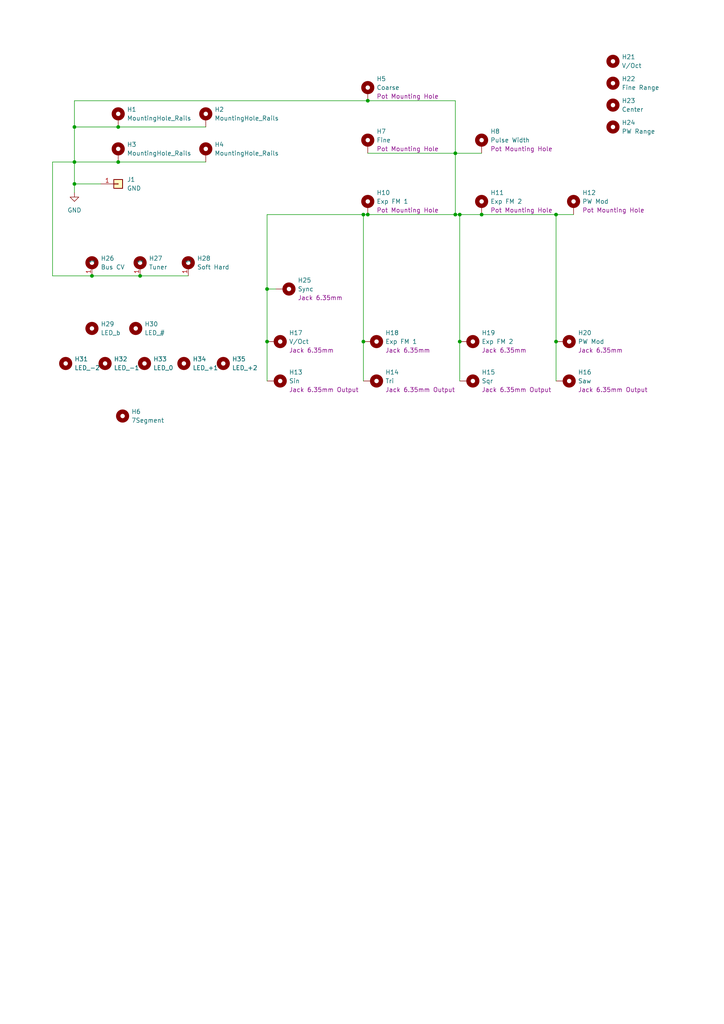
<source format=kicad_sch>
(kicad_sch (version 20231120) (generator "eeschema") (generator_version "8.0")
  (paper "A4" portrait)
  (title_block (title "VCO mki Front Panel") (date "2024-06-06") (rev "1") (company "DMH"))
  (lib_symbols
    (symbol "Connector_Generic:Conn_01x01" (pin_names (offset 1.016) hide)
      (property "Reference" "J" (at 0 2.54 0))
      (property "Value" "Conn_01x01" (at 0 -2.54 0))
      (symbol "Conn_01x01_1_1"
        (rectangle (start -1.27 0.127) (end 0 -0.127) (stroke (width 0.1524)))
        (rectangle (start -1.27 1.27) (end 1.27 -1.27) (stroke (width 0.254)) (fill (type background)))
        (pin passive line (at -5.08 0 0) (length 3.81) (name "Pin_1") (number "1"))
      )
    )
    (symbol "Mechanical:MountingHole" (pin_names (offset 1.016)) (exclude_from_sim yes) (in_bom no)
      (property "Reference" "H" (at 0 5.08 0))
      (property "Value" "MountingHole" (at 0 3.175 0))
      (symbol "MountingHole_0_1"
        (circle (center 0 0) (radius 1.27) (stroke (width 1.27)))
      )
    )
    (symbol "SynthStuff:MountingHole_Jack6.35mm_Output_v2" (pin_numbers hide) (pin_names (offset 1.016) hide) (exclude_from_sim yes) (in_bom no)
      (property "Reference" "H" (at 0 5.08 0))
      (property "Value" "SIGNAL NAME" (at 0 3.175 0))
      (property "Description" "Jack 6.35mm Output" (at 0.254 -3.302 0))
      (symbol "MountingHole_Jack6.35mm_Output_v2_0_1"
        (circle (center 0 0) (radius 1.27) (stroke (width 1.27)))
      )
      (symbol "MountingHole_Jack6.35mm_Output_v2_1_1"
        (pin input line (at -3.81 0 0) (length 2.54) (name "1") (number "1"))
      )
    )
    (symbol "SynthStuff:MountingHole_Jack6.35mm_v2" (pin_numbers hide) (pin_names (offset 1.016) hide) (exclude_from_sim yes) (in_bom no)
      (property "Reference" "H" (at 0 5.08 0))
      (property "Value" "SIGNAL NAME" (at 0 3.175 0))
      (property "Description" "Jack 6.35mm" (at 0 -3.048 0))
      (symbol "MountingHole_Jack6.35mm_v2_0_1"
        (circle (center 0 0) (radius 1.27) (stroke (width 1.27)))
      )
      (symbol "MountingHole_Jack6.35mm_v2_1_1"
        (pin input line (at -3.81 0 0) (length 2.54) (name "1") (number "1"))
      )
    )
    (symbol "SynthStuff:MountingHole_Pot" (pin_numbers hide) (pin_names (offset 1.016) hide) (exclude_from_sim yes) (in_bom no)
      (property "Reference" "H" (at 0 6.35 0))
      (property "Value" "Function" (at 0 4.445 0))
      (property "Description" "Pot Mounting Hole" (at 0 0 0))
      (symbol "MountingHole_Pot_0_1"
        (circle (center 0 1.27) (radius 1.27) (stroke (width 1.27)))
      )
      (symbol "MountingHole_Pot_1_1"
        (pin input line (at 0 -2.54 90) (length 2.54) (name "1") (number "1"))
      )
    )
    (symbol "SynthStuff:MountingHole_Rails" (pin_numbers hide) (pin_names (offset 1.016) hide) (exclude_from_sim yes) (in_bom no)
      (property "Reference" "H" (at 0 6.35 0))
      (property "Value" "MountingHole_Rails" (at 0 4.445 0))
      (symbol "MountingHole_Rails_0_1"
        (circle (center 0 1.27) (radius 1.27) (stroke (width 1.27)))
      )
      (symbol "MountingHole_Rails_1_1"
        (pin input line (at 0 -2.54 90) (length 2.54) (name "1") (number "1"))
      )
    )
    (symbol "SynthStuff:MountingHole_ToggleSwitch" (pin_names (offset 1.016)) (exclude_from_sim yes) (in_bom no)
      (property "Reference" "H" (at 0 5.08 0))
      (property "Value" "MountingHole_ToggleSwitch" (at 0 3.175 0))
      (symbol "MountingHole_ToggleSwitch_0_1"
        (circle (center 0 0) (radius 1.27) (stroke (width 1.27)))
      )
      (symbol "MountingHole_ToggleSwitch_1_1"
        (pin input line (at 0 -3.81 90) (length 2.54) (name "1") (number "1"))
      )
    )
    (symbol "power:GND" (power) (pin_numbers hide) (pin_names (offset 0) hide)
      (property "Value" "GND" (at 0 -3.81 0))
      (symbol "GND_0_1"
        (polyline (pts (xy 0 0) (xy 0 -1.27) (xy 1.27 -1.27) (xy 0 -2.54) (xy -1.27 -1.27) (xy 0 -1.27)))
      )
      (symbol "GND_1_1"
        (pin power_in line (at 0 0 270) (length 0) (name "~") (number "1"))
      )
    )
  )
  (junction (at 77.47 99.06))
  (junction (at 133.35 99.06))
  (junction (at 139.7 62.23))
  (junction (at 132.08 62.23))
  (junction (at 26.67 80.01))
  (junction (at 105.41 62.23))
  (junction (at 34.29 36.83))
  (junction (at 21.59 46.99))
  (junction (at 161.29 99.06))
  (junction (at 21.59 36.83))
  (junction (at 77.47 83.82))
  (junction (at 21.59 53.34))
  (junction (at 161.29 62.23))
  (junction (at 106.68 29.21))
  (junction (at 132.08 44.45))
  (junction (at 106.68 62.23))
  (junction (at 34.29 46.99))
  (junction (at 105.41 99.06))
  (junction (at 40.64 80.01))
  (junction (at 133.35 62.23))
  (wire (pts (xy 21.59 53.34) (xy 21.59 55.88)))
  (wire (pts (xy 106.68 29.21) (xy 132.08 29.21)))
  (wire (pts (xy 77.47 62.23) (xy 105.41 62.23)))
  (wire (pts (xy 77.47 99.06) (xy 77.47 83.82)))
  (wire (pts (xy 133.35 62.23) (xy 133.35 99.06)))
  (wire (pts (xy 21.59 46.99) (xy 21.59 53.34)))
  (wire (pts (xy 161.29 62.23) (xy 166.37 62.23)))
  (wire (pts (xy 34.29 36.83) (xy 21.59 36.83)))
  (wire (pts (xy 77.47 83.82) (xy 77.47 62.23)))
  (wire (pts (xy 77.47 83.82) (xy 80.01 83.82)))
  (wire (pts (xy 21.59 29.21) (xy 21.59 36.83)))
  (wire (pts (xy 15.24 46.99) (xy 21.59 46.99)))
  (wire (pts (xy 161.29 62.23) (xy 161.29 99.06)))
  (wire (pts (xy 40.64 80.01) (xy 54.61 80.01)))
  (wire (pts (xy 21.59 53.34) (xy 29.21 53.34)))
  (wire (pts (xy 132.08 44.45) (xy 139.7 44.45)))
  (wire (pts (xy 34.29 46.99) (xy 21.59 46.99)))
  (wire (pts (xy 26.67 80.01) (xy 40.64 80.01)))
  (wire (pts (xy 26.67 80.01) (xy 15.24 80.01)))
  (wire (pts (xy 132.08 44.45) (xy 132.08 62.23)))
  (wire (pts (xy 106.68 62.23) (xy 132.08 62.23)))
  (wire (pts (xy 77.47 99.06) (xy 77.47 110.49)))
  (wire (pts (xy 105.41 62.23) (xy 105.41 99.06)))
  (wire (pts (xy 132.08 29.21) (xy 132.08 44.45)))
  (wire (pts (xy 34.29 46.99) (xy 59.69 46.99)))
  (wire (pts (xy 161.29 99.06) (xy 161.29 110.49)))
  (wire (pts (xy 105.41 99.06) (xy 105.41 110.49)))
  (wire (pts (xy 133.35 99.06) (xy 133.35 110.49)))
  (wire (pts (xy 34.29 36.83) (xy 59.69 36.83)))
  (wire (pts (xy 21.59 36.83) (xy 21.59 46.99)))
  (wire (pts (xy 133.35 62.23) (xy 139.7 62.23)))
  (wire (pts (xy 15.24 80.01) (xy 15.24 46.99)))
  (wire (pts (xy 132.08 62.23) (xy 133.35 62.23)))
  (wire (pts (xy 106.68 44.45) (xy 132.08 44.45)))
  (wire (pts (xy 105.41 62.23) (xy 106.68 62.23)))
  (wire (pts (xy 106.68 29.21) (xy 21.59 29.21)))
  (wire (pts (xy 139.7 62.23) (xy 161.29 62.23)))
  (symbol (lib_id "Mechanical:MountingHole") (at 41.91 105.41 0) (unit 1) (exclude_from_sim yes) (in_bom no)
    (property "Reference" "H33" (at 44.45 104.1399 0) (effects (justify left)))
    (property "Value" "LED_0" (at 44.45 106.6799 0) (effects (justify left)))
    (property "Footprint" "SynthStuff:MountingHole_LED_3mm" (effects (hide yes)))
    (property "Description" "Mounting Hole without connection" (effects (hide yes)))
  )
  (symbol (lib_id "SynthStuff:MountingHole_Rails") (at 34.29 34.29 0) (unit 1) (exclude_from_sim yes) (in_bom no)
    (property "Reference" "H1" (at 36.83 31.7499 0) (effects (justify left)))
    (property "Value" "MountingHole_Rails" (at 36.83 34.2899 0) (effects (justify left)))
    (property "Footprint" "SynthStuff:MountingHole_Rails" (effects (hide yes)))
    (property "Description" "Mounting Hole with connection" (effects (hide yes)))
  )
  (symbol (lib_id "SynthStuff:MountingHole_Jack6.35mm_Output_v2") (at 137.16 110.49 0) (unit 1) (exclude_from_sim yes) (in_bom no)
    (property "Reference" "H15" (at 139.7 107.9499 0) (effects (justify left)))
    (property "Value" "Sqr" (at 139.7 110.4899 0) (effects (justify left)))
    (property "Footprint" "SynthStuff:Jack_6.35mm_Cutout_Output_v6" (effects (hide yes)))
    (property "Description" "Jack 6.35mm Output" (at 139.7 113.0299 0) (effects (justify left)))
  )
  (symbol (lib_id "power:GND") (at 21.59 55.88 0) (unit 1)
    (property "Reference" "#PWR01" (effects (hide yes)))
    (property "Value" "GND" (at 21.59 60.96 0))
    (property "Description" "Power symbol creates a global label with name \"GND\" , ground" (effects (hide yes)))
  )
  (symbol (lib_id "SynthStuff:MountingHole_Rails") (at 59.69 34.29 0) (unit 1) (exclude_from_sim yes) (in_bom no)
    (property "Reference" "H2" (at 62.23 31.7499 0) (effects (justify left)))
    (property "Value" "MountingHole_Rails" (at 62.23 34.2899 0) (effects (justify left)))
    (property "Footprint" "SynthStuff:MountingHole_Rails" (effects (hide yes)))
    (property "Description" "Mounting Hole with connection" (effects (hide yes)))
  )
  (symbol (lib_id "Mechanical:MountingHole") (at 177.8 30.48 0) (unit 1) (exclude_from_sim yes) (in_bom no)
    (property "Reference" "H23" (at 180.34 29.2099 0) (effects (justify left)))
    (property "Value" "Center" (at 180.34 31.7499 0) (effects (justify left)))
    (property "Footprint" "MountingHole:MountingHole_2.5mm" (effects (hide yes)))
    (property "Description" "Mounting Hole without connection" (effects (hide yes)))
  )
  (symbol (lib_id "SynthStuff:MountingHole_Pot") (at 139.7 59.69 0) (unit 1) (exclude_from_sim yes) (in_bom no)
    (property "Reference" "H11" (at 142.24 55.8799 0) (effects (justify left)))
    (property "Value" "Exp FM 2" (at 142.24 58.4199 0) (effects (justify left)))
    (property "Footprint" "SynthStuff:Pot_Cutout_Tiny" (effects (hide yes)))
    (property "Description" "Pot Mounting Hole" (at 142.24 60.9599 0) (effects (justify left)))
  )
  (symbol (lib_id "Mechanical:MountingHole") (at 35.56 120.65 0) (unit 1) (exclude_from_sim yes) (in_bom no)
    (property "Reference" "H6" (at 38.1 119.3799 0) (effects (justify left)))
    (property "Value" "7Segment" (at 38.1 121.9199 0) (effects (justify left)))
    (property "Footprint" "SynthStuff:7Segment_Cutout" (effects (hide yes)))
    (property "Description" "Mounting Hole without connection" (effects (hide yes)))
  )
  (symbol (lib_id "SynthStuff:MountingHole_Rails") (at 34.29 44.45 0) (unit 1) (exclude_from_sim yes) (in_bom no)
    (property "Reference" "H3" (at 36.83 41.9099 0) (effects (justify left)))
    (property "Value" "MountingHole_Rails" (at 36.83 44.4499 0) (effects (justify left)))
    (property "Footprint" "SynthStuff:MountingHole_Rails" (effects (hide yes)))
    (property "Description" "Mounting Hole with connection" (effects (hide yes)))
  )
  (symbol (lib_id "SynthStuff:MountingHole_ToggleSwitch") (at 40.64 76.2 0) (unit 1) (exclude_from_sim yes) (in_bom no)
    (property "Reference" "H27" (at 43.18 74.9299 0) (effects (justify left)))
    (property "Value" "Tuner" (at 43.18 77.4699 0) (effects (justify left)))
    (property "Footprint" "SynthStuff:Toggle_Switch_Cutout" (effects (hide yes)))
    (property "Description" "Mounting Hole without connection" (effects (hide yes)))
  )
  (symbol (lib_id "SynthStuff:MountingHole_Pot") (at 166.37 59.69 0) (unit 1) (exclude_from_sim yes) (in_bom no)
    (property "Reference" "H12" (at 168.91 55.8799 0) (effects (justify left)))
    (property "Value" "PW Mod" (at 168.91 58.4199 0) (effects (justify left)))
    (property "Footprint" "SynthStuff:Pot_Cutout_Tiny" (effects (hide yes)))
    (property "Description" "Pot Mounting Hole" (at 168.91 60.9599 0) (effects (justify left)))
  )
  (symbol (lib_id "SynthStuff:MountingHole_Jack6.35mm_Output_v2") (at 165.1 110.49 0) (unit 1) (exclude_from_sim yes) (in_bom no)
    (property "Reference" "H16" (at 167.64 107.9499 0) (effects (justify left)))
    (property "Value" "Saw" (at 167.64 110.4899 0) (effects (justify left)))
    (property "Footprint" "SynthStuff:Jack_6.35mm_Cutout_Output_v6" (effects (hide yes)))
    (property "Description" "Jack 6.35mm Output" (at 167.64 113.0299 0) (effects (justify left)))
  )
  (symbol (lib_id "SynthStuff:MountingHole_Jack6.35mm_v2") (at 81.28 99.06 0) (unit 1) (exclude_from_sim yes) (in_bom no)
    (property "Reference" "H17" (at 83.82 96.5199 0) (effects (justify left)))
    (property "Value" "V/Oct" (at 83.82 99.0599 0) (effects (justify left)))
    (property "Footprint" "SynthStuff:Jack_6.35mm_Cutout_v3" (effects (hide yes)))
    (property "Description" "Jack 6.35mm" (at 83.82 101.5999 0) (effects (justify left)))
  )
  (symbol (lib_id "SynthStuff:MountingHole_ToggleSwitch") (at 54.61 76.2 0) (unit 1) (exclude_from_sim yes) (in_bom no)
    (property "Reference" "H28" (at 57.15 74.9299 0) (effects (justify left)))
    (property "Value" "Soft Hard" (at 57.15 77.4699 0) (effects (justify left)))
    (property "Footprint" "SynthStuff:Toggle_Switch_Cutout" (effects (hide yes)))
    (property "Description" "Mounting Hole without connection" (effects (hide yes)))
  )
  (symbol (lib_id "SynthStuff:MountingHole_Pot") (at 106.68 59.69 0) (unit 1) (exclude_from_sim yes) (in_bom no)
    (property "Reference" "H10" (at 109.22 55.8799 0) (effects (justify left)))
    (property "Value" "Exp FM 1" (at 109.22 58.4199 0) (effects (justify left)))
    (property "Footprint" "SynthStuff:Pot_Cutout_Tiny" (effects (hide yes)))
    (property "Description" "Pot Mounting Hole" (at 109.22 60.9599 0) (effects (justify left)))
  )
  (symbol (lib_id "SynthStuff:MountingHole_Jack6.35mm_Output_v2") (at 109.22 110.49 0) (unit 1) (exclude_from_sim yes) (in_bom no)
    (property "Reference" "H14" (at 111.76 107.9499 0) (effects (justify left)))
    (property "Value" "Tri" (at 111.76 110.4899 0) (effects (justify left)))
    (property "Footprint" "SynthStuff:Jack_6.35mm_Cutout_Output_v6" (effects (hide yes)))
    (property "Description" "Jack 6.35mm Output" (at 111.76 113.0299 0) (effects (justify left)))
  )
  (symbol (lib_id "SynthStuff:MountingHole_Jack6.35mm_v2") (at 83.82 83.82 0) (unit 1) (exclude_from_sim yes) (in_bom no)
    (property "Reference" "H25" (at 86.36 81.2799 0) (effects (justify left)))
    (property "Value" "Sync" (at 86.36 83.8199 0) (effects (justify left)))
    (property "Footprint" "SynthStuff:Jack_6.35mm_Cutout_v3" (effects (hide yes)))
    (property "Description" "Jack 6.35mm" (at 86.36 86.3599 0) (effects (justify left)))
  )
  (symbol (lib_id "SynthStuff:MountingHole_ToggleSwitch") (at 26.67 76.2 0) (unit 1) (exclude_from_sim yes) (in_bom no)
    (property "Reference" "H26" (at 29.21 74.9299 0) (effects (justify left)))
    (property "Value" "Bus CV" (at 29.21 77.4699 0) (effects (justify left)))
    (property "Footprint" "SynthStuff:Toggle_Switch_Cutout" (effects (hide yes)))
    (property "Description" "Mounting Hole without connection" (effects (hide yes)))
  )
  (symbol (lib_id "Mechanical:MountingHole") (at 177.8 17.78 0) (unit 1) (exclude_from_sim yes) (in_bom no)
    (property "Reference" "H21" (at 180.34 16.5099 0) (effects (justify left)))
    (property "Value" "V/Oct" (at 180.34 19.0499 0) (effects (justify left)))
    (property "Footprint" "MountingHole:MountingHole_2.5mm" (effects (hide yes)))
    (property "Description" "Mounting Hole without connection" (effects (hide yes)))
  )
  (symbol (lib_id "Connector_Generic:Conn_01x01") (at 34.29 53.34 0) (unit 1)
    (property "Reference" "J1" (at 36.83 52.0699 0) (effects (justify left)))
    (property "Value" "GND" (at 36.83 54.6099 0) (effects (justify left)))
    (property "Footprint" "Connector_Wire:SolderWirePad_1x01_SMD_5x10mm" (effects (hide yes)))
    (property "Description" "Generic connector, single row, 01x01, script generated (kicad-library-utils/schlib/autogen/connector/)" (effects (hide yes)))
  )
  (symbol (lib_id "SynthStuff:MountingHole_Pot") (at 106.68 26.67 0) (unit 1) (exclude_from_sim yes)
    (property "Reference" "H5" (at 109.22 22.8599 0) (effects (justify left)))
    (property "Value" "Coarse" (at 109.22 25.3999 0) (effects (justify left)))
    (property "Footprint" "SynthStuff:Pot_Cutout_Huge_v2" (effects (hide yes)))
    (property "Description" "Pot Mounting Hole" (at 109.22 27.9399 0) (effects (justify left)))
  )
  (symbol (lib_id "Mechanical:MountingHole") (at 64.77 105.41 0) (unit 1) (exclude_from_sim yes) (in_bom no)
    (property "Reference" "H35" (at 67.31 104.1399 0) (effects (justify left)))
    (property "Value" "LED_+2" (at 67.31 106.6799 0) (effects (justify left)))
    (property "Footprint" "SynthStuff:MountingHole_LED_3mm" (effects (hide yes)))
    (property "Description" "Mounting Hole without connection" (effects (hide yes)))
  )
  (symbol (lib_id "SynthStuff:MountingHole_Jack6.35mm_v2") (at 137.16 99.06 0) (unit 1) (exclude_from_sim yes) (in_bom no)
    (property "Reference" "H19" (at 139.7 96.5199 0) (effects (justify left)))
    (property "Value" "Exp FM 2" (at 139.7 99.0599 0) (effects (justify left)))
    (property "Footprint" "SynthStuff:Jack_6.35mm_Cutout_v3" (effects (hide yes)))
    (property "Description" "Jack 6.35mm" (at 139.7 101.5999 0) (effects (justify left)))
  )
  (symbol (lib_id "Mechanical:MountingHole") (at 177.8 36.83 0) (unit 1) (exclude_from_sim yes) (in_bom no)
    (property "Reference" "H24" (at 180.34 35.5599 0) (effects (justify left)))
    (property "Value" "PW Range" (at 180.34 38.0999 0) (effects (justify left)))
    (property "Footprint" "MountingHole:MountingHole_2.5mm" (effects (hide yes)))
    (property "Description" "Mounting Hole without connection" (effects (hide yes)))
  )
  (symbol (lib_id "SynthStuff:MountingHole_Jack6.35mm_v2") (at 165.1 99.06 0) (unit 1) (exclude_from_sim yes) (in_bom no)
    (property "Reference" "H20" (at 167.64 96.5199 0) (effects (justify left)))
    (property "Value" "PW Mod" (at 167.64 99.0599 0) (effects (justify left)))
    (property "Footprint" "SynthStuff:Jack_6.35mm_Cutout_v3" (effects (hide yes)))
    (property "Description" "Jack 6.35mm" (at 167.64 101.5999 0) (effects (justify left)))
  )
  (symbol (lib_id "Mechanical:MountingHole") (at 39.37 95.25 0) (unit 1) (exclude_from_sim yes) (in_bom no)
    (property "Reference" "H30" (at 41.91 93.9799 0) (effects (justify left)))
    (property "Value" "LED_#" (at 41.91 96.5199 0) (effects (justify left)))
    (property "Footprint" "SynthStuff:MountingHole_LED_3mm" (effects (hide yes)))
    (property "Description" "Mounting Hole without connection" (effects (hide yes)))
  )
  (symbol (lib_id "SynthStuff:MountingHole_Pot") (at 139.7 41.91 0) (unit 1) (exclude_from_sim yes)
    (property "Reference" "H8" (at 142.24 38.0999 0) (effects (justify left)))
    (property "Value" "Pulse Width" (at 142.24 40.6399 0) (effects (justify left)))
    (property "Footprint" "SynthStuff:Pot_Cutout_Medium" (effects (hide yes)))
    (property "Description" "Pot Mounting Hole" (at 142.24 43.1799 0) (effects (justify left)))
  )
  (symbol (lib_id "Mechanical:MountingHole") (at 177.8 24.13 0) (unit 1) (exclude_from_sim yes) (in_bom no)
    (property "Reference" "H22" (at 180.34 22.8599 0) (effects (justify left)))
    (property "Value" "Fine Range" (at 180.34 25.3999 0) (effects (justify left)))
    (property "Footprint" "MountingHole:MountingHole_2.5mm" (effects (hide yes)))
    (property "Description" "Mounting Hole without connection" (effects (hide yes)))
  )
  (symbol (lib_id "Mechanical:MountingHole") (at 26.67 95.25 0) (unit 1) (exclude_from_sim yes) (in_bom no)
    (property "Reference" "H29" (at 29.21 93.9799 0) (effects (justify left)))
    (property "Value" "LED_b" (at 29.21 96.5199 0) (effects (justify left)))
    (property "Footprint" "SynthStuff:MountingHole_LED_3mm" (effects (hide yes)))
    (property "Description" "Mounting Hole without connection" (effects (hide yes)))
  )
  (symbol (lib_id "SynthStuff:MountingHole_Jack6.35mm_v2") (at 109.22 99.06 0) (unit 1) (exclude_from_sim yes) (in_bom no)
    (property "Reference" "H18" (at 111.76 96.5199 0) (effects (justify left)))
    (property "Value" "Exp FM 1" (at 111.76 99.0599 0) (effects (justify left)))
    (property "Footprint" "SynthStuff:Jack_6.35mm_Cutout_v3" (effects (hide yes)))
    (property "Description" "Jack 6.35mm" (at 111.76 101.5999 0) (effects (justify left)))
  )
  (symbol (lib_id "Mechanical:MountingHole") (at 30.48 105.41 0) (unit 1) (exclude_from_sim yes) (in_bom no)
    (property "Reference" "H32" (at 33.02 104.1399 0) (effects (justify left)))
    (property "Value" "LED_-1" (at 33.02 106.6799 0) (effects (justify left)))
    (property "Footprint" "SynthStuff:MountingHole_LED_3mm" (effects (hide yes)))
    (property "Description" "Mounting Hole without connection" (effects (hide yes)))
  )
  (symbol (lib_id "SynthStuff:MountingHole_Rails") (at 59.69 44.45 0) (unit 1) (exclude_from_sim yes) (in_bom no)
    (property "Reference" "H4" (at 62.23 41.9099 0) (effects (justify left)))
    (property "Value" "MountingHole_Rails" (at 62.23 44.4499 0) (effects (justify left)))
    (property "Footprint" "SynthStuff:MountingHole_Rails" (effects (hide yes)))
    (property "Description" "Mounting Hole with connection" (effects (hide yes)))
  )
  (symbol (lib_id "SynthStuff:MountingHole_Jack6.35mm_Output_v2") (at 81.28 110.49 0) (unit 1) (exclude_from_sim yes) (in_bom no)
    (property "Reference" "H13" (at 83.82 107.9499 0) (effects (justify left)))
    (property "Value" "Sin" (at 83.82 110.4899 0) (effects (justify left)))
    (property "Footprint" "SynthStuff:Jack_6.35mm_Cutout_Output_v6" (effects (hide yes)))
    (property "Description" "Jack 6.35mm Output" (at 83.82 113.0299 0) (effects (justify left)))
  )
  (symbol (lib_id "SynthStuff:MountingHole_Pot") (at 106.68 41.91 0) (unit 1) (exclude_from_sim yes)
    (property "Reference" "H7" (at 109.22 38.0999 0) (effects (justify left)))
    (property "Value" "Fine" (at 109.22 40.6399 0) (effects (justify left)))
    (property "Footprint" "SynthStuff:Pot_Cutout_Medium_v2" (effects (hide yes)))
    (property "Description" "Pot Mounting Hole" (at 109.22 43.1799 0) (effects (justify left)))
  )
  (symbol (lib_id "Mechanical:MountingHole") (at 19.05 105.41 0) (unit 1) (exclude_from_sim yes) (in_bom no)
    (property "Reference" "H31" (at 21.59 104.1399 0) (effects (justify left)))
    (property "Value" "LED_-2" (at 21.59 106.6799 0) (effects (justify left)))
    (property "Footprint" "SynthStuff:MountingHole_LED_3mm" (effects (hide yes)))
    (property "Description" "Mounting Hole without connection" (effects (hide yes)))
  )
  (symbol (lib_id "Mechanical:MountingHole") (at 53.34 105.41 0) (unit 1) (exclude_from_sim yes) (in_bom no)
    (property "Reference" "H34" (at 55.88 104.1399 0) (effects (justify left)))
    (property "Value" "LED_+1" (at 55.88 106.6799 0) (effects (justify left)))
    (property "Footprint" "SynthStuff:MountingHole_LED_3mm" (effects (hide yes)))
    (property "Description" "Mounting Hole without connection" (effects (hide yes)))
  )
)
</source>
